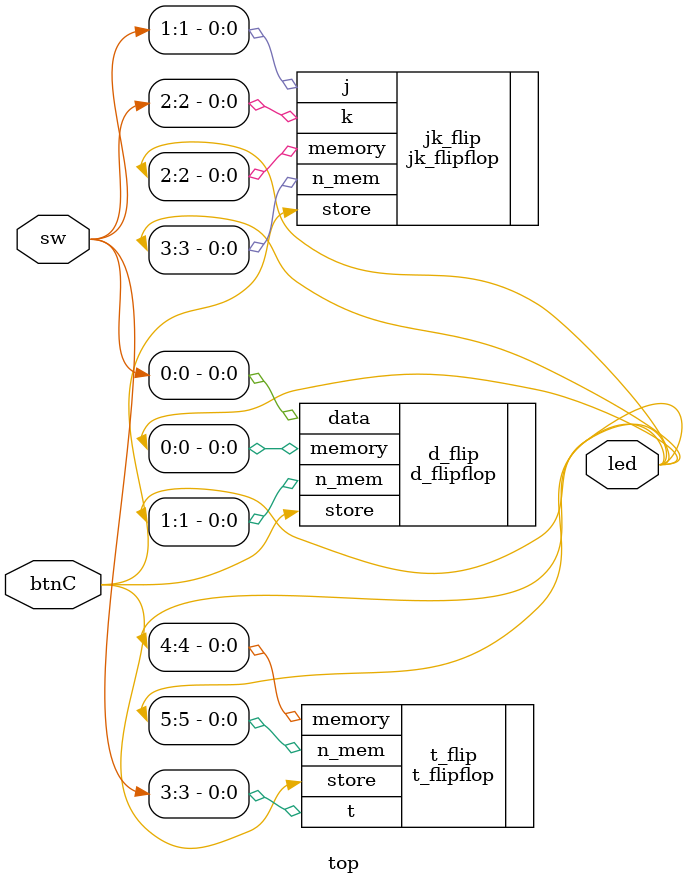
<source format=v>
module top(
    input [3:0] sw,
    input btnC,
    
    output [5:0] led
);

    d_flipflop d_flip (.data(sw[0]), .store(btnC), .memory(led[0]), .n_mem(led[1]));
    jk_flipflop jk_flip (.j(sw[1]), .k(sw[2]), .store(btnC), .memory(led[2]), .n_mem(led[3]));
    t_flipflop t_flip (.t(sw[3]), .store(btnC), .memory(led[4]), .n_mem(led[5]));

endmodule
</source>
